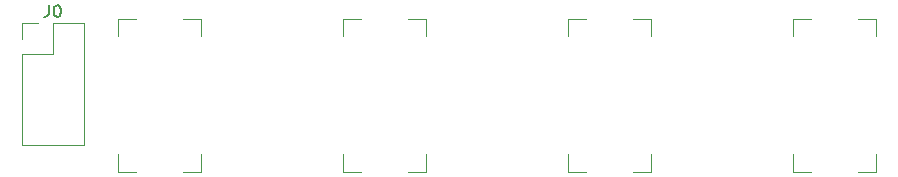
<source format=gbr>
%TF.GenerationSoftware,KiCad,Pcbnew,(6.0.0)*%
%TF.CreationDate,2022-04-04T18:39:18-04:00*%
%TF.ProjectId,SweetBusinessDaughtercard,53776565-7442-4757-9369-6e6573734461,rev?*%
%TF.SameCoordinates,Original*%
%TF.FileFunction,Legend,Top*%
%TF.FilePolarity,Positive*%
%FSLAX46Y46*%
G04 Gerber Fmt 4.6, Leading zero omitted, Abs format (unit mm)*
G04 Created by KiCad (PCBNEW (6.0.0)) date 2022-04-04 18:39:18*
%MOMM*%
%LPD*%
G01*
G04 APERTURE LIST*
%ADD10C,0.150000*%
%ADD11C,0.120000*%
G04 APERTURE END LIST*
D10*
%TO.C,J0*%
X89836666Y-58241130D02*
X89836666Y-58955416D01*
X89789047Y-59098273D01*
X89693809Y-59193511D01*
X89550952Y-59241130D01*
X89455714Y-59241130D01*
X90503333Y-58241130D02*
X90598571Y-58241130D01*
X90693809Y-58288750D01*
X90741428Y-58336369D01*
X90789047Y-58431607D01*
X90836666Y-58622083D01*
X90836666Y-58860178D01*
X90789047Y-59050654D01*
X90741428Y-59145892D01*
X90693809Y-59193511D01*
X90598571Y-59241130D01*
X90503333Y-59241130D01*
X90408095Y-59193511D01*
X90360476Y-59145892D01*
X90312857Y-59050654D01*
X90265238Y-58860178D01*
X90265238Y-58622083D01*
X90312857Y-58431607D01*
X90360476Y-58336369D01*
X90408095Y-58288750D01*
X90503333Y-58241130D01*
D11*
%TO.C,SW3*%
X140810100Y-72377100D02*
X140810100Y-70877100D01*
X133810100Y-72377100D02*
X135310100Y-72377100D01*
X133810100Y-59377100D02*
X133810100Y-60877100D01*
X133810100Y-59377100D02*
X135310100Y-59377100D01*
X139310100Y-72377100D02*
X140810100Y-72377100D01*
X140810100Y-60877100D02*
X140810100Y-59377100D01*
X133810100Y-70877100D02*
X133810100Y-72377100D01*
X140810100Y-59377100D02*
X139310100Y-59377100D01*
%TO.C,SW4*%
X159858900Y-72377100D02*
X159858900Y-70877100D01*
X152858900Y-72377100D02*
X154358900Y-72377100D01*
X152858900Y-59377100D02*
X152858900Y-60877100D01*
X152858900Y-59377100D02*
X154358900Y-59377100D01*
X158358900Y-72377100D02*
X159858900Y-72377100D01*
X159858900Y-60877100D02*
X159858900Y-59377100D01*
X152858900Y-70877100D02*
X152858900Y-72377100D01*
X159858900Y-59377100D02*
X158358900Y-59377100D01*
%TO.C,SW1*%
X102712500Y-72377100D02*
X102712500Y-70877100D01*
X95712500Y-72377100D02*
X97212500Y-72377100D01*
X95712500Y-59377100D02*
X95712500Y-60877100D01*
X95712500Y-59377100D02*
X97212500Y-59377100D01*
X101212500Y-72377100D02*
X102712500Y-72377100D01*
X102712500Y-60877100D02*
X102712500Y-59377100D01*
X95712500Y-70877100D02*
X95712500Y-72377100D01*
X102712500Y-59377100D02*
X101212500Y-59377100D01*
%TO.C,SW2*%
X121761300Y-72377100D02*
X121761300Y-70877100D01*
X114761300Y-72377100D02*
X116261300Y-72377100D01*
X114761300Y-59377100D02*
X114761300Y-60877100D01*
X114761300Y-59377100D02*
X116261300Y-59377100D01*
X120261300Y-72377100D02*
X121761300Y-72377100D01*
X121761300Y-60877100D02*
X121761300Y-59377100D01*
X114761300Y-70877100D02*
X114761300Y-72377100D01*
X121761300Y-59377100D02*
X120261300Y-59377100D01*
%TO.C,J0*%
X87570000Y-70068750D02*
X92770000Y-70068750D01*
X87570000Y-62388750D02*
X87570000Y-70068750D01*
X92770000Y-59788750D02*
X92770000Y-70068750D01*
X87570000Y-62388750D02*
X90170000Y-62388750D01*
X90170000Y-62388750D02*
X90170000Y-59788750D01*
X90170000Y-59788750D02*
X92770000Y-59788750D01*
X87570000Y-61118750D02*
X87570000Y-59788750D01*
X87570000Y-59788750D02*
X88900000Y-59788750D01*
%TD*%
M02*

</source>
